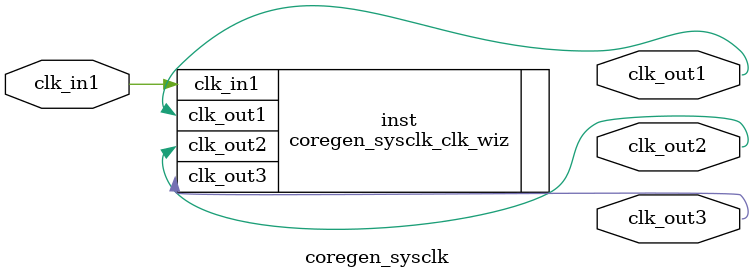
<source format=v>


`timescale 1ps/1ps

(* CORE_GENERATION_INFO = "coregen_sysclk,clk_wiz_v5_4_1_0,{component_name=coregen_sysclk,use_phase_alignment=true,use_min_o_jitter=false,use_max_i_jitter=false,use_dyn_phase_shift=false,use_inclk_switchover=false,use_dyn_reconfig=false,enable_axi=0,feedback_source=FDBK_AUTO,PRIMITIVE=MMCM,num_out_clk=3,clkin1_period=5.000,clkin2_period=10.0,use_power_down=false,use_reset=false,use_locked=false,use_inclk_stopped=false,feedback_type=SINGLE,CLOCK_MGR_TYPE=NA,manual_override=false}" *)

module coregen_sysclk 
 (
  // Clock out ports
  output        clk_out1,
  output        clk_out2,
  output        clk_out3,
 // Clock in ports
  input         clk_in1
 );

  coregen_sysclk_clk_wiz inst
  (
  // Clock out ports  
  .clk_out1(clk_out1),
  .clk_out2(clk_out2),
  .clk_out3(clk_out3),
 // Clock in ports
  .clk_in1(clk_in1)
  );

endmodule

</source>
